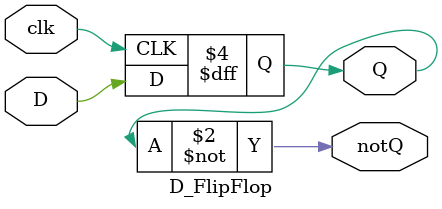
<source format=v>

module D_FlipFlop(
    input D,
    input clk,
    output reg Q,
    output notQ
);    
    initial begin
        Q <= 0;
    end
    
    always @(posedge clk) begin
        Q <= D;
    end
    
    assign notQ = ~Q;
    

endmodule

</source>
